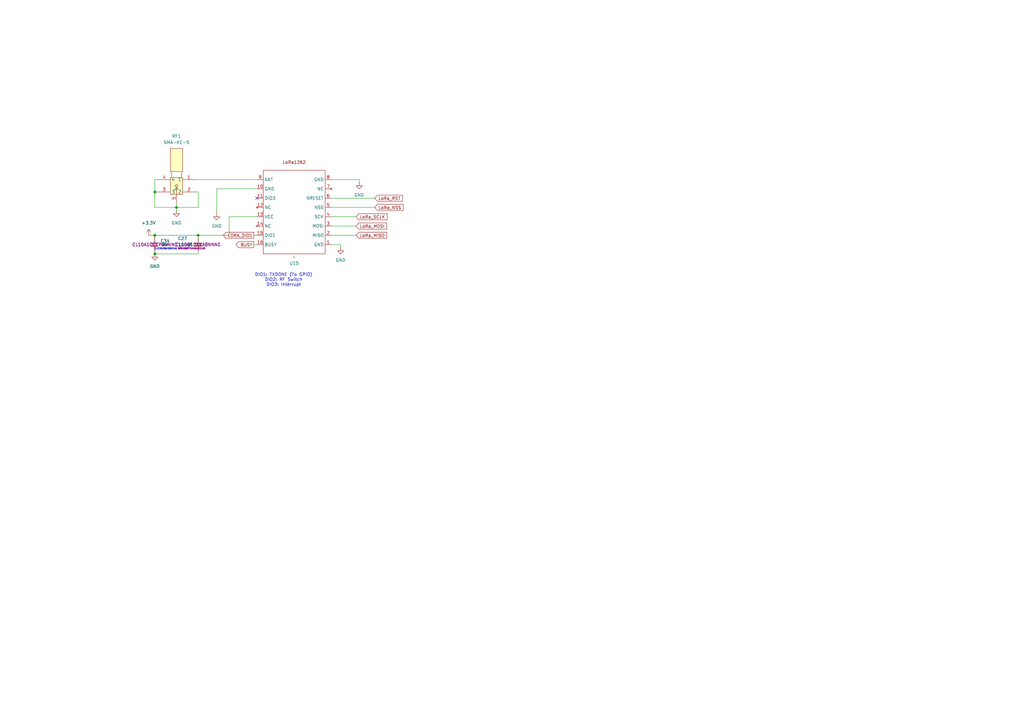
<source format=kicad_sch>
(kicad_sch (version 20250114) (generator "eeschema") (generator_version "9.0")
  (paper "A3")
  (lib_symbols
    (symbol "Device:C_Small" (pin_numbers (hide yes)) (pin_names (offset 0.254) (hide yes))
      (property "Reference" "C" (at 0.254 1.778 0))
      (property "Value" "C_Small" (at 0.254 -2.032 0))
      (symbol "C_Small_0_1"
        (polyline (pts (xy -1.524 0.508) (xy 1.524 0.508)) (stroke (width 0.3048)))
        (polyline (pts (xy -1.524 -0.508) (xy 1.524 -0.508)) (stroke (width 0.3302)))
      )
      (symbol "C_Small_1_1"
        (pin passive line (at 0 2.54 270) (length 2.032) (name "~") (number "1"))
        (pin passive line (at 0 -2.54 90) (length 2.032) (name "~") (number "2"))
      )
    )
    (symbol "EasyEDA:SMA-KE-5"
      (property "Reference" "RF" (at 0 12.7 0))
      (property "Value" "SMA-KE-5" (at 0 -12.7 0))
      (symbol "SMA-KE-5_0_1"
        (rectangle (start -12.7 2.54) (end -3.3 -2.54) (fill (type background)))
        (polyline (pts (xy -3.3 2.03) (xy -0.76 2.03)))
        (polyline (pts (xy -3.3 -2.03) (xy -0.76 -2.03)))
        (rectangle (start -0.76 2.54) (end 6.1 -2.54) (fill (type background)))
        (circle (center 2.54 0) (radius 0.51))
        (polyline (pts (xy 3.05 0) (xy 5.08 0)))
        (pin unspecified line (at 0 7.62 270) (length 5.08) (name "1") (number "1"))
        (pin unspecified line (at 0 -7.62 90) (length 5.08) (name "4") (number "4"))
        (pin unspecified line (at 5.08 7.62 270) (length 5.08) (name "2") (number "2"))
        (pin unspecified line (at 5.08 -7.62 90) (length 5.08) (name "3") (number "3"))
        (pin unspecified line (at 10.16 0 180) (length 5.08) (name "5") (number "5"))
      )
    )
    (symbol "LoRaMod:G-NiceRF_LoRa1262-915"
      (property "Reference" "U" (at 0 -1.27 0))
      (symbol "G-NiceRF_LoRa1262-915_0_1"
        (rectangle (start -12.7 34.29) (end 12.7 0))
      )
      (symbol "G-NiceRF_LoRa1262-915_1_1"
        (text "LoRa1262" (at 0 -3.302 0) (effects (font (size 1.27 1.27))))
        (pin bidirectional line (at -15.24 30.48 0) (length 2.54) (name "BUSY") (number "16"))
        (pin bidirectional line (at -15.24 26.67 0) (length 2.54) (name "DIO1") (number "15"))
        (pin no_connect line (at -15.24 22.86 0) (length 2.54) (name "NC") (number "14"))
        (pin bidirectional line (at -15.24 19.05 0) (length 2.54) (name "VCC") (number "13"))
        (pin no_connect line (at -15.24 15.24 0) (length 2.54) (name "NC") (number "12"))
        (pin bidirectional line (at -15.24 11.43 0) (length 2.54) (name "DIO3") (number "11"))
        (pin power_in line (at -15.24 7.62 0) (length 2.54) (name "GND") (number "10"))
        (pin bidirectional line (at -15.24 3.81 0) (length 2.54) (name "ANT") (number "9"))
        (pin power_in line (at 15.24 30.48 180) (length 2.54) (name "GND") (number "1"))
        (pin bidirectional line (at 15.24 26.67 180) (length 2.54) (name "MISO") (number "2"))
        (pin bidirectional line (at 15.24 22.86 180) (length 2.54) (name "MOSI") (number "3"))
        (pin bidirectional line (at 15.24 19.05 180) (length 2.54) (name "SCK") (number "4"))
        (pin bidirectional line (at 15.24 15.24 180) (length 2.54) (name "NSS") (number "5"))
        (pin bidirectional line (at 15.24 11.43 180) (length 2.54) (name "NRESET") (number "6"))
        (pin no_connect line (at 15.24 7.62 180) (length 2.54) (name "NC") (number "7"))
        (pin power_in line (at 15.24 3.81 180) (length 2.54) (name "GND") (number "8"))
      )
    )
    (symbol "PCM_JLCPCB-Capacitors:0402,10uF" (pin_numbers (hide yes)) (pin_names (offset 0))
      (property "Reference" "C" (at 2.032 1.668 0))
      (property "Value" "10uF" (at 2.032 -0.3782 0))
      (property "Voltage Rated" "6.3V" (at 2.032 -2.0462 0))
      (symbol "0402,10uF_0_1"
        (polyline (pts (xy -1.27 0.635) (xy 1.27 0.635)) (stroke (width 0.254)))
        (polyline (pts (xy -1.27 -0.635) (xy 1.27 -0.635)) (stroke (width 0.254)))
      )
      (symbol "0402,10uF_1_1"
        (pin passive line (at 0 3.81 270) (length 3.175) (name "~") (number "1"))
        (pin passive line (at 0 -3.81 90) (length 3.175) (name "~") (number "2"))
      )
    )
    (symbol "power:+3.3V" (power) (pin_numbers (hide yes)) (pin_names (offset 0) (hide yes))
      (property "Value" "+3.3V" (at 0 3.556 0))
      (symbol "+3.3V_0_1"
        (polyline (pts (xy -0.762 1.27) (xy 0 2.54)))
        (polyline (pts (xy 0 2.54) (xy 0.762 1.27)))
        (polyline (pts (xy 0 0) (xy 0 2.54)))
      )
      (symbol "+3.3V_1_1"
        (pin power_in line (at 0 0 90) (length 0) (name "~") (number "1"))
      )
    )
    (symbol "power:GND" (power) (pin_numbers (hide yes)) (pin_names (offset 0) (hide yes))
      (property "Value" "GND" (at 0 -3.81 0))
      (symbol "GND_0_1"
        (polyline (pts (xy 0 0) (xy 0 -1.27) (xy 1.27 -1.27) (xy 0 -2.54) (xy -1.27 -1.27) (xy 0 -1.27)))
      )
      (symbol "GND_1_1"
        (pin power_in line (at 0 0 270) (length 0) (name "~") (number "1"))
      )
    )
  )
  (text "DIO1: TXDONE (To GPIO)\nDIO2: RF Switch\nDIO3: Interrupt" (at 116.332 114.808 0) (effects (font (size 1.27 1.27))))
  (text "CL21B106KOQNNNE" (at 68.072 102.108 0) (effects (font (size 0.635 0.635))))
  (junction (at 63.5 104.14))
  (junction (at 63.5 96.52))
  (junction (at 81.28 96.52))
  (junction (at 63.5 78.74))
  (junction (at 72.39 85.09))
  (no_connect (at 105.41 81.28))
  (wire (pts (xy 60.96 96.52) (xy 63.5 96.52)))
  (wire (pts (xy 80.01 73.66) (xy 105.41 73.66)))
  (wire (pts (xy 81.28 78.74) (xy 81.28 85.09)))
  (wire (pts (xy 105.41 77.47) (xy 88.9 77.47)))
  (wire (pts (xy 81.28 97.79) (xy 81.28 96.52)))
  (wire (pts (xy 72.39 85.09) (xy 81.28 85.09)))
  (wire (pts (xy 93.98 96.52) (xy 81.28 96.52)))
  (wire (pts (xy 135.89 85.09) (xy 153.67 85.09)))
  (wire (pts (xy 104.14 100.33) (xy 105.41 100.33)))
  (wire (pts (xy 81.28 78.74) (xy 80.01 78.74)))
  (wire (pts (xy 63.5 78.74) (xy 64.77 78.74)))
  (wire (pts (xy 93.98 88.9) (xy 93.98 96.52)))
  (wire (pts (xy 135.89 88.9) (xy 146.05 88.9)))
  (wire (pts (xy 64.77 73.66) (xy 63.5 73.66)))
  (wire (pts (xy 135.89 92.71) (xy 146.05 92.71)))
  (wire (pts (xy 139.7 100.33) (xy 135.89 100.33)))
  (wire (pts (xy 72.39 85.09) (xy 72.39 86.36)))
  (wire (pts (xy 105.41 88.9) (xy 93.98 88.9)))
  (wire (pts (xy 135.89 81.28) (xy 153.67 81.28)))
  (wire (pts (xy 72.39 83.82) (xy 72.39 85.09)))
  (wire (pts (xy 63.5 78.74) (xy 63.5 85.09)))
  (wire (pts (xy 104.14 96.52) (xy 105.41 96.52)))
  (wire (pts (xy 63.5 85.09) (xy 72.39 85.09)))
  (wire (pts (xy 135.89 96.52) (xy 146.05 96.52)))
  (wire (pts (xy 63.5 96.52) (xy 81.28 96.52)))
  (wire (pts (xy 88.9 77.47) (xy 88.9 87.63)))
  (wire (pts (xy 135.89 73.66) (xy 147.32 73.66)))
  (wire (pts (xy 81.28 104.14) (xy 81.28 102.87)))
  (wire (pts (xy 147.32 73.66) (xy 147.32 74.93)))
  (wire (pts (xy 63.5 73.66) (xy 63.5 78.74)))
  (wire (pts (xy 139.7 101.6) (xy 139.7 100.33)))
  (wire (pts (xy 63.5 104.14) (xy 81.28 104.14)))
  (global_label "BUSY" (shape output) (at 104.14 100.33 180) (property "Intersheetrefs" "${INTERSHEET_REFS}" (effects (hide yes))))
  (global_label "LoRa_RST" (shape input) (at 153.67 81.28 0) (property "Intersheetrefs" "${INTERSHEET_REFS}" (effects (hide yes))))
  (global_label "LoRa_NSS" (shape input) (at 153.67 85.09 0) (property "Intersheetrefs" "${INTERSHEET_REFS}" (effects (hide yes))))
  (global_label "LoRa_MISO" (shape input) (at 146.05 96.52 0) (property "Intersheetrefs" "${INTERSHEET_REFS}" (effects (hide yes))))
  (global_label "LORA_DIO1" (shape output) (at 104.14 96.52 180) (property "Intersheetrefs" "${INTERSHEET_REFS}" (effects (hide yes))))
  (global_label "LoRa_MOSI" (shape input) (at 146.05 92.71 0) (property "Intersheetrefs" "${INTERSHEET_REFS}" (effects (hide yes))))
  (global_label "LoRa_SCLK" (shape input) (at 146.05 88.9 0) (property "Intersheetrefs" "${INTERSHEET_REFS}" (effects (hide yes))))
  (symbol (lib_id "Device:C_Small") (at 81.28 100.33 0) (unit 1)
    (property "Reference" "C27" (at 72.898 97.79 0) (effects (justify left)))
    (property "Value" "100nF" (at 72.898 100.33 0) (effects (justify left)))
    (property "Footprint" "PCM_JLCPCB:C_0603" (effects (hide yes)))
    (property "Description" "Unpolarized capacitor, small symbol" (effects (hide yes)))
    (property "Name" "GRM155R71H104KE14D" (at 72.898 101.854 0) (effects (font (size 0.635 0.635)) (justify left)))
    (property "Digikey Parts" "CL10B104KA8NNNC" (at 81.28 100.33 0))
  )
  (symbol (lib_id "PCM_JLCPCB-Capacitors:0402,10uF") (at 63.5 100.33 0) (unit 1)
    (property "Reference" "C34" (at 65.786 98.806 0) (effects (justify left)))
    (property "Value" "10uF" (at 66.04 100.33 0) (effects (font (size 0.8 0.8)) (justify left)))
    (property "Footprint" "PCM_JLCPCB:C_0603" (effects (hide yes)))
    (property "Datasheet" "https://www.lcsc.com/datasheet/lcsc_datasheet_2208231630_Samsung-Electro-Mechanics-CL05A106MQ5NUNC_C15525.pdf" (effects (hide yes)))
    (property "Description" "6.3V 10uF X5R ±20% 0402 Multilayer Ceramic Capacitors MLCC - SMD/SMT ROHS" (effects (hide yes)))
    (property "LCSC" "C15525" (effects (hide yes)))
    (property "Stock" "2048985" (effects (hide yes)))
    (property "Price" "0.007USD" (effects (hide yes)))
    (property "Process" "SMT" (effects (hide yes)))
    (property "Minimum Qty" "20" (effects (hide yes)))
    (property "Attrition Qty" "10" (effects (hide yes)))
    (property "Class" "Basic Component" (effects (hide yes)))
    (property "Category" "Capacitors,Multilayer Ceramic Capacitors MLCC - SMD/SMT" (effects (hide yes)))
    (property "Manufacturer" "Samsung Electro-Mechanics" (effects (hide yes)))
    (property "Part" "CL05A106MQ5NUNC" (effects (hide yes)))
    (property "Voltage Rated" "6.3V" (effects (hide yes)))
    (property "Tolerance" "±20%" (effects (hide yes)))
    (property "Capacitance" "10uF" (effects (hide yes)))
    (property "Temperature Coefficient" "X5R" (effects (hide yes)))
    (property "Digikey Parts" "CL10A106KP8NNNC" (at 63.5 100.33 0))
  )
  (symbol (lib_id "power:+3.3V") (at 60.96 96.52 0) (unit 1)
    (property "Reference" "#PWR046" (effects (hide yes)))
    (property "Value" "+3.3V" (at 60.96 91.44 0))
    (property "Description" "Power symbol creates a global label with name \"+3.3V\"" (effects (hide yes)))
  )
  (symbol (lib_id "power:GND") (at 139.7 101.6 0) (unit 1)
    (property "Reference" "#PWR0109" (effects (hide yes)))
    (property "Value" "GND" (at 139.7 106.68 0))
    (property "Description" "Power symbol creates a global label with name \"GND\" , ground" (effects (hide yes)))
  )
  (symbol (lib_id "power:GND") (at 72.39 86.36 0) (unit 1)
    (property "Reference" "#PWR069" (effects (hide yes)))
    (property "Value" "GND" (at 72.39 91.44 0))
    (property "Description" "Power symbol creates a global label with name \"GND\" , ground" (effects (hide yes)))
  )
  (symbol (lib_id "power:GND") (at 88.9 87.63 0) (unit 1)
    (property "Reference" "#PWR073" (effects (hide yes)))
    (property "Value" "GND" (at 88.9 92.71 0))
    (property "Description" "Power symbol creates a global label with name \"GND\" , ground" (effects (hide yes)))
  )
  (symbol (lib_id "power:GND") (at 147.32 74.93 0) (unit 1)
    (property "Reference" "#PWR099" (effects (hide yes)))
    (property "Value" "GND" (at 147.32 80.01 0))
    (property "Description" "Power symbol creates a global label with name \"GND\" , ground" (effects (hide yes)))
  )
  (symbol (lib_id "EasyEDA:SMA-KE-5") (at 72.39 73.66 270) (unit 1)
    (property "Reference" "RF1" (at 72.39 55.88 90))
    (property "Value" "SMA-KE-5" (at 72.39 58.42 90))
    (property "Footprint" "EasyEDA:SMA-TH_SMA-KHDB_C9900020423" (effects (hide yes)))
    (property "LCSC Part" "C20415804" (effects (hide yes)))
  )
  (symbol (lib_id "power:GND") (at 63.5 104.14 0) (unit 1)
    (property "Reference" "#PWR0110" (effects (hide yes)))
    (property "Value" "GND" (at 63.5 109.22 0))
    (property "Description" "Power symbol creates a global label with name \"GND\" , ground" (effects (hide yes)))
  )
  (symbol (lib_id "LoRaMod:G-NiceRF_LoRa1262-915") (at 120.65 69.85 0) (mirror x) (unit 1)
    (property "Reference" "U15" (at 120.65 107.95 0))
    (property "Value" "~" (at 120.65 105.41 0))
    (property "Footprint" "LORAMODF:G-NiceRF LoRa1262-915" (effects (hide yes)))
    (property "Datasheet" "https://www.nicerf.com/lora-module/915mhz-lora-module-lora1262.html" (effects (hide yes)))
  )
)
</source>
